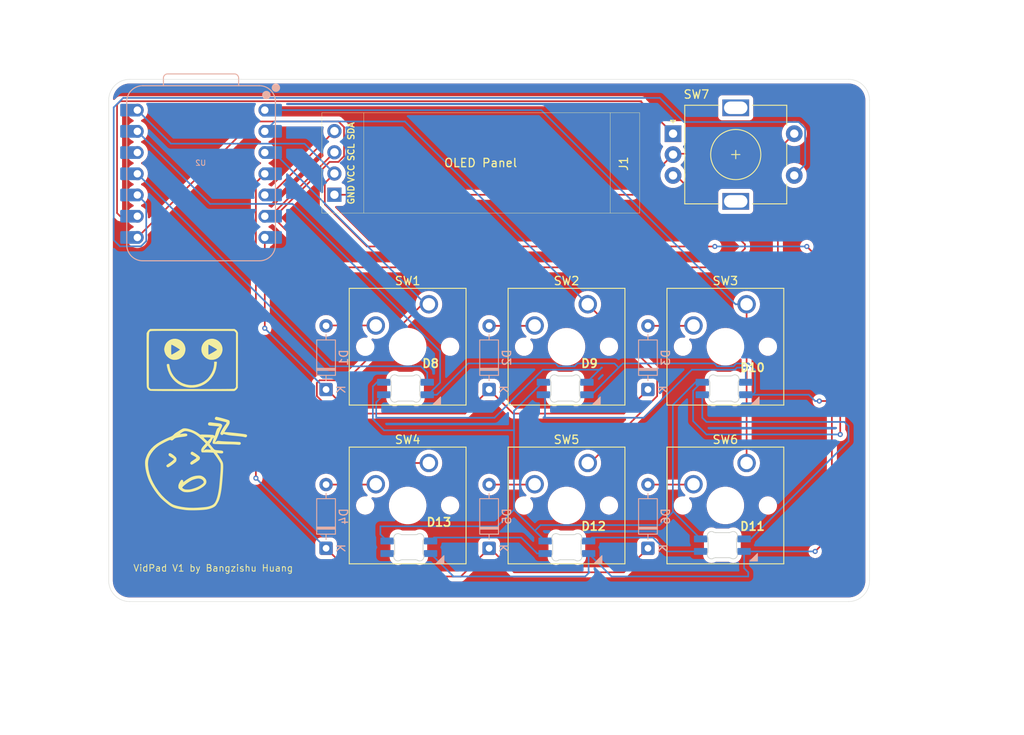
<source format=kicad_pcb>
(kicad_pcb (version 20241229) (generator "pcbnew") (generator_version "9.0")
  (layers (0 "F.Cu" signal) (2 "B.Cu" signal) (13 "F.Paste" user) (15 "B.Paste" user) (5 "F.SilkS" user "F.Silkscreen") (7 "B.SilkS" user "B.Silkscreen") (1 "F.Mask" user) (3 "B.Mask" user) (25 "Edge.Cuts" user))
  (net 0 "")
  (net 1 "Net-(D1-A)")
  (net 2 "GND")
  (net 3 "Net-(U2-P4_D9_MISO)")
  (net 4 "Net-(D2-A)")
  (net 5 "Net-(D3-A)")
  (net 6 "Net-(D4-A)")
  (net 7 "Row 1")
  (net 8 "Net-(D5-A)")
  (net 9 "Net-(D6-A)")
  (net 10 "Net-(D8-DOUT)")
  (net 11 "LED")
  (net 12 "Net-(D10-DIN)")
  (net 13 "Net-(D10-DOUT)")
  (net 14 "Net-(D11-DOUT)")
  (net 15 "Net-(D12-DOUT)")
  (net 16 "VCC")
  (net 17 "SCL")
  (net 18 "SDA")
  (net 19 "Column 0")
  (net 20 "Column 1")
  (net 21 "Column 2")
  (net 22 "EC11A")
  (net 23 "EC11B")
  (net 24 "+3.3V")
  (net 25 "Row 0")
  (footprint "Button_Switch_Keyboard:SW_Cherry_MX_1.00u_PCB" (layer "F.Cu") (at 149.799663 104.417039)
    (property "Reference" "SW3" (at -2.54 -2.794 0) (layer "F.SilkS"))
    (property "Value" "SW_Push_45deg")
    (pad "" np_thru_hole circle (at -7.62 5.08) (size 1.7 1.7) (drill 1.7) (layers "*.Cu" "*.Mask"))
    (pad "" np_thru_hole circle (at -2.54 5.08) (size 4 4) (drill 4) (layers "*.Cu" "*.Mask"))
    (pad "" np_thru_hole circle (at 2.54 5.08) (size 1.7 1.7) (drill 1.7) (layers "*.Cu" "*.Mask"))
    (pad "1" thru_hole circle (at 0 0) (size 2.2 2.2) (drill 1.5) (layers "*.Cu" "*.Mask") (net 21 "Column 2"))
    (pad "2" thru_hole circle (at -6.35 2.54) (size 2.2 2.2) (drill 1.5) (layers "*.Cu" "*.Mask") (net 5 "Net-(D3-A)"))
  )
  (footprint "Button_Switch_Keyboard:SW_Cherry_MX_1.00u_PCB" (layer "F.Cu") (at 111.799663 104.417039)
    (property "Reference" "SW1" (at -2.54 -2.794 0) (layer "F.SilkS"))
    (property "Value" "SW_Push_45deg")
    (pad "" np_thru_hole circle (at -7.62 5.08) (size 1.7 1.7) (drill 1.7) (layers "*.Cu" "*.Mask"))
    (pad "" np_thru_hole circle (at -2.54 5.08) (size 4 4) (drill 4) (layers "*.Cu" "*.Mask"))
    (pad "" np_thru_hole circle (at 2.54 5.08) (size 1.7 1.7) (drill 1.7) (layers "*.Cu" "*.Mask"))
    (pad "1" thru_hole circle (at 0 0) (size 2.2 2.2) (drill 1.5) (layers "*.Cu" "*.Mask") (net 19 "Column 0"))
    (pad "2" thru_hole circle (at -6.35 2.54) (size 2.2 2.2) (drill 1.5) (layers "*.Cu" "*.Mask") (net 1 "Net-(D1-A)"))
  )
  (footprint "footprints:SK6812MINI-E_fixed" (layer "F.Cu") (at 128.299999 133.602842)
    (property "Reference" "D12" (at 3.200001 -2.602842 0) (layer "F.SilkS") (effects (font (thickness 0.2) (bold yes))))
    (property "Value" "SK6812MINI-E")
    (fp_line (start -1.699998 0.6) (end -1.699998 -0.805684) (stroke (width 0.1)) (layer "Edge.Cuts"))
    (fp_line (start -0.794451 -1.602841) (end 0.794454 -1.602841) (stroke (width 0.1)) (layer "Edge.Cuts"))
    (fp_line (start 0.794453 1.397158) (end -0.794451 1.397158) (stroke (width 0.1)) (layer "Edge.Cuts"))
    (fp_line (start 1.7 -0.805684) (end 1.7 0.6) (stroke (width 0.1)) (layer "Edge.Cuts"))
    (fp_arc (start -1.749483 -1.022562) (mid -1.712526 -0.91691) (end -1.699998 -0.805684) (stroke (width 0.1)) (layer "Edge.Cuts"))
    (fp_arc (start -1.749483 -1.022562) (mid -1.63807 -1.606877) (end -1.04671 -1.671141) (stroke (width 0.1)) (layer "Edge.Cuts"))
    (fp_arc (start -1.699998 0.600001) (mid -1.712526 0.711226) (end -1.749483 0.816878) (stroke (width 0.1)) (layer "Edge.Cuts"))
    (fp_arc (start -1.04671 1.465455) (mid -1.638069 1.401192) (end -1.749483 0.816878) (stroke (width 0.1)) (layer "Edge.Cuts"))
    (fp_arc (start -1.046709 1.465457) (mid -0.925121 1.414535) (end -0.794451 1.397158) (stroke (width 0.1)) (layer "Edge.Cuts"))
    (fp_arc (start -0.794452 -1.602842) (mid -0.925122 -1.620219) (end -1.04671 -1.671141) (stroke (width 0.1)) (layer "Edge.Cuts"))
    (fp_arc (start 0.794453 1.397158) (mid 0.925124 1.414535) (end 1.046712 1.465457) (stroke (width 0.1)) (layer "Edge.Cuts"))
    (fp_arc (start 1.046712 -1.67114) (mid 0.925124 -1.620218) (end 0.794454 -1.602841) (stroke (width 0.1)) (layer "Edge.Cuts"))
    (fp_arc (start 1.046712 -1.67114) (mid 1.638072 -1.606876) (end 1.749485 -1.022562) (stroke (width 0.1)) (layer "Edge.Cuts"))
    (fp_arc (start 1.7 -0.805685) (mid 1.712528 -0.91691) (end 1.749485 -1.022562) (stroke (width 0.1)) (layer "Edge.Cuts"))
    (fp_arc (start 1.749485 0.816877) (mid 1.638073 1.401193) (end 1.046712 1.465457) (stroke (width 0.1)) (layer "Edge.Cuts"))
    (fp_arc (start 1.749485 0.816878) (mid 1.712528 0.711226) (end 1.7 0.6) (stroke (width 0.1)) (layer "Edge.Cuts"))
    (pad "1" smd roundrect (at -2.599999 -0.852842 270) (size 0.82 1.6) (layers "B.Cu" "B.Mask" "B.Paste") (roundrect_rratio 0.1) (net 16 "VCC"))
    (pad "2" smd roundrect (at -2.599999 0.647158 270) (size 0.82 1.6) (layers "B.Cu" "B.Mask" "B.Paste") (roundrect_rratio 0.1) (net 15 "Net-(D12-DOUT)"))
    (pad "3" smd roundrect (at 2.600001 0.647158 270) (size 0.82 1.6) (layers "B.Cu" "B.Mask" "B.Paste") (roundrect_rratio 0.1) (net 2 "GND"))
    (pad "4" smd roundrect (at 2.600001 -0.852842 270) (size 0.82 1.6) (layers "B.Cu" "B.Mask" "B.Paste") (roundrect_rratio 0.1) (net 14 "Net-(D11-DOUT)"))
  )
  (footprint "footprints:SK6812MINI-E_fixed" (layer "F.Cu") (at 147.099999 114.602842)
    (property "Reference" "D10" (at 3.400001 -2.602842 0) (layer "F.SilkS") (effects (font (thickness 0.2) (bold yes))))
    (property "Value" "SK6812MINI-E")
    (fp_line (start -1.699998 0.6) (end -1.699998 -0.805684) (stroke (width 0.1)) (layer "Edge.Cuts"))
    (fp_line (start -0.794451 -1.602841) (end 0.794454 -1.602841) (stroke (width 0.1)) (layer "Edge.Cuts"))
    (fp_line (start 0.794453 1.397158) (end -0.794451 1.397158) (stroke (width 0.1)) (layer "Edge.Cuts"))
    (fp_line (start 1.7 -0.805684) (end 1.7 0.6) (stroke (width 0.1)) (layer "Edge.Cuts"))
    (fp_arc (start -1.749483 -1.022562) (mid -1.712526 -0.91691) (end -1.699998 -0.805684) (stroke (width 0.1)) (layer "Edge.Cuts"))
    (fp_arc (start -1.749483 -1.022562) (mid -1.63807 -1.606877) (end -1.04671 -1.671141) (stroke (width 0.1)) (layer "Edge.Cuts"))
    (fp_arc (start -1.699998 0.600001) (mid -1.712526 0.711226) (end -1.749483 0.816878) (stroke (width 0.1)) (layer "Edge.Cuts"))
    (fp_arc (start -1.04671 1.465455) (mid -1.638069 1.401192) (end -1.749483 0.816878) (stroke (width 0.1)) (layer "Edge.Cuts"))
    (fp_arc (start -1.046709 1.465457) (mid -0.925121 1.414535) (end -0.794451 1.397158) (stroke (width 0.1)) (layer "Edge.Cuts"))
    (fp_arc (start -0.794452 -1.602842) (mid -0.925122 -1.620219) (end -1.04671 -1.671141) (stroke (width 0.1)) (layer "Edge.Cuts"))
    (fp_arc (start 0.794453 1.397158) (mid 0.925124 1.414535) (end 1.046712 1.465457) (stroke (width 0.1)) (layer "Edge.Cuts"))
    (fp_arc (start 1.046712 -1.67114) (mid 0.925124 -1.620218) (end 0.794454 -1.602841) (stroke (width 0.1)) (layer "Edge.Cuts"))
    (fp_arc (start 1.046712 -1.67114) (mid 1.638072 -1.606876) (end 1.749485 -1.022562) (stroke (width 0.1)) (layer "Edge.Cuts"))
    (fp_arc (start 1.7 -0.805685) (mid 1.712528 -0.91691) (end 1.749485 -1.022562) (stroke (width 0.1)) (layer "Edge.Cuts"))
    (fp_arc (start 1.749485 0.816877) (mid 1.638073 1.401193) (end 1.046712 1.465457) (stroke (width 0.1)) (layer "Edge.Cuts"))
    (fp_arc (start 1.749485 0.816878) (mid 1.712528 0.711226) (end 1.7 0.6) (stroke (width 0.1)) (layer "Edge.Cuts"))
    (pad "1" smd roundrect (at -2.599999 -0.852842 270) (size 0.82 1.6) (layers "B.Cu" "B.Mask" "B.Paste") (roundrect_rratio 0.1) (net 16 "VCC"))
    (pad "2" smd roundrect (at -2.599999 0.647158 270) (size 0.82 1.6) (layers "B.Cu" "B.Mask" "B.Paste") (roundrect_rratio 0.1) (net 13 "Net-(D10-DOUT)"))
    (pad "3" smd roundrect (at 2.600001 0.647158 270) (size 0.82 1.6) (layers "B.Cu" "B.Mask" "B.Paste") (roundrect_rratio 0.1) (net 2 "GND"))
    (pad "4" smd roundrect (at 2.600001 -0.852842 270) (size 0.82 1.6) (layers "B.Cu" "B.Mask" "B.Paste") (roundrect_rratio 0.1) (net 12 "Net-(D10-DIN)"))
  )
  (footprint "Button_Switch_Keyboard:SW_Cherry_MX_1.00u_PCB" (layer "F.Cu") (at 149.799663 123.417039)
    (property "Reference" "SW6" (at -2.54 -2.794 0) (layer "F.SilkS"))
    (property "Value" "SW_Push_45deg")
    (pad "" np_thru_hole circle (at -7.62 5.08) (size 1.7 1.7) (drill 1.7) (layers "*.Cu" "*.Mask"))
    (pad "" np_thru_hole circle (at -2.54 5.08) (size 4 4) (drill 4) (layers "*.Cu" "*.Mask"))
    (pad "" np_thru_hole circle (at 2.54 5.08) (size 1.7 1.7) (drill 1.7) (layers "*.Cu" "*.Mask"))
    (pad "1" thru_hole circle (at 0 0) (size 2.2 2.2) (drill 1.5) (layers "*.Cu" "*.Mask") (net 21 "Column 2"))
    (pad "2" thru_hole circle (at -6.35 2.54) (size 2.2 2.2) (drill 1.5) (layers "*.Cu" "*.Mask") (net 9 "Net-(D6-A)"))
  )
  (footprint "Rotary_Encoder:RotaryEncoder_Alps_EC11E-Switch_Vertical_H20mm" (layer "F.Cu") (at 141 84)
    (property "Reference" "SW7" (at 2.8 -4.7 0) (layer "F.SilkS"))
    (property "Value" "RotaryEncoder_Switch")
    (pad "A" thru_hole rect (at 0 0) (size 2 2) (drill 1) (layers "*.Cu" "*.Mask") (net 22 "EC11A"))
    (pad "B" thru_hole circle (at 0 5) (size 2 2) (drill 1) (layers "*.Cu" "*.Mask") (net 23 "EC11B"))
    (pad "C" thru_hole circle (at 0 2.5) (size 2 2) (drill 1) (layers "*.Cu" "*.Mask") (net 2 "GND"))
    (pad "MP" thru_hole rect (at 7.5 -3.1) (size 3.2 2) (drill oval 2.8 1.5) (layers "*.Cu" "*.Mask"))
    (pad "MP" thru_hole rect (at 7.5 8.1) (size 3.2 2) (drill oval 2.8 1.5) (layers "*.Cu" "*.Mask"))
    (pad "S1" thru_hole circle (at 14.5 5) (size 2 2) (drill 1) (layers "*.Cu" "*.Mask") (net 3 "Net-(U2-P4_D9_MISO)"))
    (pad "S2" thru_hole circle (at 14.5 0) (size 2 2) (drill 1) (layers "*.Cu" "*.Mask") (net 2 "GND"))
  )
  (footprint "footprints:SK6812MINI-E_fixed" (layer "F.Cu") (at 109.399999 133.602842)
    (property "Reference" "D13" (at 3.600001 -3.1 0) (layer "F.SilkS") (effects (font (thickness 0.2) (bold yes))))
    (property "Value" "SK6812MINI-E")
    (fp_line (start -1.699998 0.6) (end -1.699998 -0.805684) (stroke (width 0.1)) (layer "Edge.Cuts"))
    (fp_line (start -0.794451 -1.602841) (end 0.794454 -1.602841) (stroke (width 0.1)) (layer "Edge.Cuts"))
    (fp_line (start 0.794453 1.397158) (end -0.794451 1.397158) (stroke (width 0.1)) (layer "Edge.Cuts"))
    (fp_line (start 1.7 -0.805684) (end 1.7 0.6) (stroke (width 0.1)) (layer "Edge.Cuts"))
    (fp_arc (start -1.749483 -1.022562) (mid -1.712526 -0.91691) (end -1.699998 -0.805684) (stroke (width 0.1)) (layer "Edge.Cuts"))
    (fp_arc (start -1.749483 -1.022562) (mid -1.63807 -1.606877) (end -1.04671 -1.671141) (stroke (width 0.1)) (layer "Edge.Cuts"))
    (fp_arc (start -1.699998 0.600001) (mid -1.712526 0.711226) (end -1.749483 0.816878) (stroke (width 0.1)) (layer "Edge.Cuts"))
    (fp_arc (start -1.04671 1.465455) (mid -1.638069 1.401192) (end -1.749483 0.816878) (stroke (width 0.1)) (layer "Edge.Cuts"))
    (fp_arc (start -1.046709 1.465457) (mid -0.925121 1.414535) (end -0.794451 1.397158) (stroke (width 0.1)) (layer "Edge.Cuts"))
    (fp_arc (start -0.794452 -1.602842) (mid -0.925122 -1.620219) (end -1.04671 -1.671141) (stroke (width 0.1)) (layer "Edge.Cuts"))
    (fp_arc (start 0.794453 1.397158) (mid 0.925124 1.414535) (end 1.046712 1.465457) (stroke (width 0.1)) (layer "Edge.Cuts"))
    (fp_arc (start 1.046712 -1.67114) (mid 0.925124 -1.620218) (end 0.794454 -1.602841) (stroke (width 0.1)) (layer "Edge.Cuts"))
    (fp_arc (start 1.046712 -1.67114) (mid 1.638072 -1.606876) (end 1.749485 -1.022562) (stroke (width 0.1)) (layer "Edge.Cuts"))
    (fp_arc (start 1.7 -0.805685) (mid 1.712528 -0.91691) (end 1.749485 -1.022562) (stroke (width 0.1)) (layer "Edge.Cuts"))
    (fp_arc (start 1.749485 0.816877) (mid 1.638073 1.401193) (end 1.046712 1.465457) (stroke (width 0.1)) (layer "Edge.Cuts"))
    (fp_arc (start 1.749485 0.816878) (mid 1.712528 0.711226) (end 1.7 0.6) (stroke (width 0.1)) (layer "Edge.Cuts"))
    (pad "1" smd roundrect (at -2.599999 -0.852842 270) (size 0.82 1.6) (layers "B.Cu" "B.Mask" "B.Paste") (roundrect_rratio 0.1) (net 16 "VCC"))
    (pad "2" smd roundrect (at -2.599999 0.647158 270) (size 0.82 1.6) (layers "B.Cu" "B.Mask" "B.Paste") (roundrect_rratio 0.1))
    (pad "3" smd roundrect (at 2.600001 0.647158 270) (size 0.82 1.6) (layers "B.Cu" "B.Mask" "B.Paste") (roundrect_rratio 0.1) (net 2 "GND"))
    (pad "4" smd roundrect (at 2.600001 -0.852842 270) (size 0.82 1.6) (layers "B.Cu" "B.Mask" "B.Paste") (roundrect_rratio 0.1) (net 15 "Net-(D12-DOUT)"))
  )
  (footprint "LOGO" (layer "F.Cu") (at 83.379513 110)
    (property "Reference" "G***" (hide yes))
    (property "Value" "LOGO" (hide yes))
  )
  (footprint "footprints:SK6812MINI-E_fixed" (layer "F.Cu") (at 128.099999 114.602842)
    (property "Reference" "D9" (at 2.900001 -3.1 0) (layer "F.SilkS") (effects (font (thickness 0.2) (bold yes))))
    (property "Value" "SK6812MINI-E")
    (fp_line (start -1.699998 0.6) (end -1.699998 -0.805684) (stroke (width 0.1)) (layer "Edge.Cuts"))
    (fp_line (start -0.794451 -1.602841) (end 0.794454 -1.602841) (stroke (width 0.1)) (layer "Edge.Cuts"))
    (fp_line (start 0.794453 1.397158) (end -0.794451 1.397158) (stroke (width 0.1)) (layer "Edge.Cuts"))
    (fp_line (start 1.7 -0.805684) (end 1.7 0.6) (stroke (width 0.1)) (layer "Edge.Cuts"))
    (fp_arc (start -1.749483 -1.022562) (mid -1.712526 -0.91691) (end -1.699998 -0.805684) (stroke (width 0.1)) (layer "Edge.Cuts"))
    (fp_arc (start -1.749483 -1.022562) (mid -1.63807 -1.606877) (end -1.04671 -1.671141) (stroke (width 0.1)) (layer "Edge.Cuts"))
    (fp_arc (start -1.699998 0.600001) (mid -1.712526 0.711226) (end -1.749483 0.816878) (stroke (width 0.1)) (layer "Edge.Cuts"))
    (fp_arc (start -1.04671 1.465455) (mid -1.638069 1.401192) (end -1.749483 0.816878) (stroke (width 0.1)) (layer "Edge.Cuts"))
    (fp_arc (start -1.046709 1.465457) (mid -0.925121 1.414535) (end -0.794451 1.397158) (stroke (width 0.1)) (layer "Edge.Cuts"))
    (fp_arc (start -0.794452 -1.602842) (mid -0.925122 -1.620219) (end -1.04671 -1.671141) (stroke (width 0.1)) (layer "Edge.Cuts"))
    (fp_arc (start 0.794453 1.397158) (mid 0.925124 1.414535) (end 1.046712 1.465457) (stroke (width 0.1)) (layer "Edge.Cuts"))
    (fp_arc (start 1.046712 -1.67114) (mid 0.925124 -1.620218) (end 0.794454 -1.602841) (stroke (width 0.1)) (layer "Edge.Cuts"))
    (fp_arc (start 1.046712 -1.67114) (mid 1.638072 -1.606876) (end 1.749485 -1.022562) (stroke (width 0.1)) (layer "Edge.Cuts"))
    (fp_arc (start 1.7 -0.805685) (mid 1.712528 -0.91691) (end 1.749485 -1.022562) (stroke (width 0.1)) (layer "Edge.Cuts"))
    (fp_arc (start 1.749485 0.816877) (mid 1.638073 1.401193) (end 1.046712 1.465457) (stroke (width 0.1)) (layer "Edge.Cuts"))
    (fp_arc (start 1.749485 0.816878) (mid 1.712528 0.711226) (end 1.7 0.6) (stroke (width 0.1)) (layer "Edge.Cuts"))
    (pad "1" smd roundrect (at -2.599999 -0.852842 270) (size 0.82 1.6) (layers "B.Cu" "B.Mask" "B.Paste") (roundrect_rratio 0.1) (net 16 "VCC"))
    (pad "2" smd roundrect (at -2.599999 0.647158 270) (size 0.82 1.6) (layers "B.Cu" "B.Mask" "B.Paste") (roundrect_rratio 0.1) (net 12 "Net-(D10-DIN)"))
    (pad "3" smd roundrect (at 2.600001 0.647158 270) (size 0.82 1.6) (layers "B.Cu" "B.Mask" "B.Paste") (roundrect_rratio 0.1) (net 2 "GND"))
    (pad "4" smd roundrect (at 2.600001 -0.852842 270) (size 0.82 1.6) (layers "B.Cu" "B.Mask" "B.Paste") (roundrect_rratio 0.1) (net 10 "Net-(D8-DOUT)"))
  )
  (footprint "Button_Switch_Keyboard:SW_Cherry_MX_1.00u_PCB" (layer "F.Cu") (at 130.799663 123.417039)
    (property "Reference" "SW5" (at -2.54 -2.794 0) (layer "F.SilkS"))
    (property "Value" "SW_Push_45deg")
    (pad "" np_thru_hole circle (at -7.62 5.08) (size 1.7 1.7) (drill 1.7) (layers "*.Cu" "*.Mask"))
    (pad "" np_thru_hole circle (at -2.54 5.08) (size 4 4) (drill 4) (layers "*.Cu" "*.Mask"))
    (pad "" np_thru_hole circle (at 2.54 5.08) (size 1.7 1.7) (drill 1.7) (layers "*.Cu" "*.Mask"))
    (pad "1" thru_hole circle (at 0 0) (size 2.2 2.2) (drill 1.5) (layers "*.Cu" "*.Mask") (net 20 "Column 1"))
    (pad "2" thru_hole circle (at -6.35 2.54) (size 2.2 2.2) (drill 1.5) (layers "*.Cu" "*.Mask") (net 8 "Net-(D5-A)"))
  )
  (footprint "footprints:SK6812MINI-E_fixed" (layer "F.Cu") (at 146.899999 133.352842)
    (property "Reference" "D11" (at 3.600001 -2.352842 0) (layer "F.SilkS") (effects (font (thickness 0.2) (bold yes))))
    (property "Value" "SK6812MINI-E")
    (fp_line (start -1.699998 0.6) (end -1.699998 -0.805684) (stroke (width 0.1)) (layer "Edge.Cuts"))
    (fp_line (start -0.794451 -1.602841) (end 0.794454 -1.602841) (stroke (width 0.1)) (layer "Edge.Cuts"))
    (fp_line (start 0.794453 1.397158) (end -0.794451 1.397158) (stroke (width 0.1)) (layer "Edge.Cuts"))
    (fp_line (start 1.7 -0.805684) (end 1.7 0.6) (stroke (width 0.1)) (layer "Edge.Cuts"))
    (fp_arc (start -1.749483 -1.022562) (mid -1.712526 -0.91691) (end -1.699998 -0.805684) (stroke (width 0.1)) (layer "Edge.Cuts"))
    (fp_arc (start -1.749483 -1.022562) (mid -1.63807 -1.606877) (end -1.04671 -1.671141) (stroke (width 0.1)) (layer "Edge.Cuts"))
    (fp_arc (start -1.699998 0.600001) (mid -1.712526 0.711226) (end -1.749483 0.816878) (stroke (width 0.1)) (layer "Edge.Cuts"))
    (fp_arc (start -1.04671 1.465455) (mid -1.638069 1.401192) (end -1.749483 0.816878) (stroke (width 0.1)) (layer "Edge.Cuts"))
    (fp_arc (start -1.046709 1.465457) (mid -0.925121 1.414535) (end -0.794451 1.397158) (stroke (width 0.1)) (layer "Edge.Cuts"))
    (fp_arc (start -0.794452 -1.602842) (mid -0.925122 -1.620219) (end -1.04671 -1.671141) (stroke (width 0.1)) (layer "Edge.Cuts"))
    (fp_arc (start 0.794453 1.397158) (mid 0.925124 1.414535) (end 1.046712 1.465457) (stroke (width 0.1)) (layer "Edge.Cuts"))
    (fp_arc (start 1.046712 -1.67114) (mid 0.925124 -1.620218) (end 0.794454 -1.602841) (stroke (width 0.1)) (layer "Edge.Cuts"))
    (fp_arc (start 1.046712 -1.67114) (mid 1.638072 -1.606876) (end 1.749485 -1.022562) (stroke (width 0.1)) (layer "Edge.Cuts"))
    (fp_arc (start 1.7 -0.805685) (mid 1.712528 -0.91691) (end 1.749485 -1.022562) (stroke (width 0.1)) (layer "Edge.Cuts"))
    (fp_arc (start 1.749485 0.816877) (mid 1.638073 1.401193) (end 1.046712 1.465457) (stroke (width 0.1)) (layer "Edge.Cuts"))
    (fp_arc (start 1.749485 0.816878) (mid 1.712528 0.711226) (end 1.7 0.6) (stroke (width 0.1)) (layer "Edge.Cuts"))
    (pad "1" smd roundrect (at -2.599999 -0.852842 270) (size 0.82 1.6) (layers "B.Cu" "B.Mask" "B.Paste") (roundrect_rratio 0.1) (net 16 "VCC"))
    (pad "2" smd roundrect (at -2.599999 0.647158 270) (size 0.82 1.6) (layers "B.Cu" "B.Mask" "B.Paste") (roundrect_rratio 0.1) (net 14 "Net-(D11-DOUT)"))
    (pad "3" smd roundrect (at 2.600001 0.647158 270) (size 0.82 1.6) (layers "B.Cu" "B.Mask" "B.Paste") (roundrect_rratio 0.1) (net 2 "GND"))
    (pad "4" smd roundrect (at 2.600001 -0.852842 270) (size 0.82 1.6) (layers "B.Cu" "B.Mask" "B.Paste") (roundrect_rratio 0.1) (net 13 "Net-(D10-DOUT)"))
  )
  (footprint "Button_Switch_Keyboard:SW_Cherry_MX_1.00u_PCB" (layer "F.Cu") (at 111.799663 123.417039)
    (property "Reference" "SW4" (at -2.54 -2.794 0) (layer "F.SilkS"))
    (property "Value" "SW_Push_45deg")
    (pad "" np_thru_hole circle (at -7.62 5.08) (size 1.7 1.7) (drill 1.7) (layers "*.Cu" "*.Mask"))
    (pad "" np_thru_hole circle (at -2.54 5.08) (size 4 4) (drill 4) (layers "*.Cu" "*.Mask"))
    (pad "" np_thru_hole circle (at 2.54 5.08) (size 1.7 1.7) (drill 1.7) (layers "*.Cu" "*.Mask"))
    (pad "1" thru_hole circle (at 0 0) (size 2.2 2.2) (drill 1.5) (layers "*.Cu" "*.Mask") (net 19 "Column 0"))
    (pad "2" thru_hole circle (at -6.35 2.54) (size 2.2 2.2) (drill 1.5) (layers "*.Cu" "*.Mask") (net 6 "Net-(D4-A)"))
  )
  (footprint "footprints:SK6812MINI-E_fixed" (layer "F.Cu") (at 109 114.602842)
    (property "Reference" "D8" (at 3 -3.1 0) (layer "F.SilkS") (effects (font (thickness 0.2) (bold yes))))
    (property "Value" "SK6812MINI-E")
    (fp_line (start -1.699998 0.6) (end -1.699998 -0.805684) (stroke (width 0.1)) (layer "Edge.Cuts"))
    (fp_line (start -0.794451 -1.602841) (end 0.794454 -1.602841) (stroke (width 0.1)) (layer "Edge.Cuts"))
    (fp_line (start 0.794453 1.397158) (end -0.794451 1.397158) (stroke (width 0.1)) (layer "Edge.Cuts"))
    (fp_line (start 1.7 -0.805684) (end 1.7 0.6) (stroke (width 0.1)) (layer "Edge.Cuts"))
    (fp_arc (start -1.749483 -1.022562) (mid -1.712526 -0.91691) (end -1.699998 -0.805684) (stroke (width 0.1)) (layer "Edge.Cuts"))
    (fp_arc (start -1.749483 -1.022562) (mid -1.63807 -1.606877) (end -1.04671 -1.671141) (stroke (width 0.1)) (layer "Edge.Cuts"))
    (fp_arc (start -1.699998 0.600001) (mid -1.712526 0.711226) (end -1.749483 0.816878) (stroke (width 0.1)) (layer "Edge.Cuts"))
    (fp_arc (start -1.04671 1.465455) (mid -1.638069 1.401192) (end -1.749483 0.816878) (stroke (width 0.1)) (layer "Edge.Cuts"))
    (fp_arc (start -1.046709 1.465457) (mid -0.925121 1.414535) (end -0.794451 1.397158) (stroke (width 0.1)) (layer "Edge.Cuts"))
    (fp_arc (start -0.794452 -1.602842) (mid -0.925122 -1.620219) (end -1.04671 -1.671141) (stroke (width 0.1)) (layer "Edge.Cuts"))
    (fp_arc (start 0.794453 1.397158) (mid 0.925124 1.414535) (end 1.046712 1.465457) (stroke (width 0.1)) (layer "Edge.Cuts"))
    (fp_arc (start 1.046712 -1.67114) (mid 0.925124 -1.620218) (end 0.794454 -1.602841) (stroke (width 0.1)) (layer "Edge.Cuts"))
    (fp_arc (start 1.046712 -1.67114) (mid 1.638072 -1.606876) (end 1.749485 -1.022562) (stroke (width 0.1)) (layer "Edge.Cuts"))
    (fp_arc (start 1.7 -0.805685) (mid 1.712528 -0.91691) (end 1.749485 -1.022562) (stroke (width 0.1)) (layer "Edge.Cuts"))
    (fp_arc (start 1.749485 0.816877) (mid 1.638073 1.401193) (end 1.046712 1.465457) (stroke (width 0.1)) (layer "Edge.Cuts"))
    (fp_arc (start 1.749485 0.816878) (mid 1.712528 0.711226) (end 1.7 0.6) (stroke (width 0.1)) (layer "Edge.Cuts"))
    (pad "1" smd roundrect (at -2.599999 -0.852842 270) (size 0.82 1.6) (layers "B.Cu" "B.Mask" "B.Paste") (roundrect_rratio 0.1) (net 16 "VCC"))
    (pad "2" smd roundrect (at -2.599999 0.647158 270) (size 0.82 1.6) (layers "B.Cu" "B.Mask" "B.Paste") (roundrect_rratio 0.1) (net 10 "Net-(D8-DOUT)"))
    (pad "3" smd roundrect (at 2.600001 0.647158 270) (size 0.82 1.6) (layers "B.Cu" "B.Mask" "B.Paste") (roundrect_rratio 0.1) (net 2 "GND"))
    (pad "4" smd roundrect (at 2.600001 -0.852842 270) (size 0.82 1.6) (layers "B.Cu" "B.Mask" "B.Paste") (roundrect_rratio 0.1) (net 11 "LED"))
  )
  (footprint "LOGO" (layer "F.Cu") (at 83 123.5)
    (property "Reference" "VidPad V1 by Bangzishu Huang" (at 3 12.5 0) (layer "F.SilkS") (effects (font (size 0.8 0.8) (thickness 0.1))))
    (property "Value" "LOGO" (hide yes))
  )
  (footprint "OLED:SSD1306-0.91-OLED-4pin-128x32" (layer "F.Cu") (at 137 93.5 180)
    (property "Reference" "J1" (at 1.9 5.91 90) (layer "F.SilkS"))
    (property "Value" "OLED")
    (fp_text user "SCL" (at 34.5 7.27 90) (layer "F.SilkS") (effects (font (size 0.75 0.75))))
    (fp_text user "OLED Panel" (at 19 6 0) (layer "F.SilkS"))
    (fp_text user "SDA" (at 34.5 9.81 90) (layer "F.SilkS") (effects (font (size 0.75 0.75))))
    (fp_text user "GND" (at 34.5 2.19 90) (layer "F.SilkS") (effects (font (size 0.75 0.75))))
    (fp_text user "VCC" (at 34.5 4.73 90) (layer "F.SilkS") (effects (font (size 0.75 0.75))))
    (pad "1" thru_hole rect (at 36.5 2.19 180) (size 1.7 1.7) (drill 1) (layers "*.Cu" "*.Mask") (net 2 "GND"))
    (pad "2" thru_hole oval (at 36.5 4.73 180) (size 1.7 1.7) (drill 1) (layers "*.Cu" "*.Mask") (net 16 "VCC"))
    (pad "3" thru_hole oval (at 36.5 7.27 180) (size 1.7 1.7) (drill 1) (layers "*.Cu" "*.Mask") (net 17 "SCL"))
    (pad "4" thru_hole oval (at 36.5 9.81 180) (size 1.7 1.7) (drill 1) (layers "*.Cu" "*.Mask") (net 18 "SDA"))
  )
  (footprint "Button_Switch_Keyboard:SW_Cherry_MX_1.00u_PCB" (layer "F.Cu") (at 130.799663 104.417039)
    (property "Reference" "SW2" (at -2.54 -2.794 0) (layer "F.SilkS"))
    (property "Value" "SW_Push_45deg")
    (pad "" np_thru_hole circle (at -7.62 5.08) (size 1.7 1.7) (drill 1.7) (layers "*.Cu" "*.Mask"))
    (pad "" np_thru_hole circle (at -2.54 5.08) (size 4 4) (drill 4) (layers "*.Cu" "*.Mask"))
    (pad "" np_thru_hole circle (at 2.54 5.08) (size 1.7 1.7) (drill 1.7) (layers "*.Cu" "*.Mask"))
    (pad "1" thru_hole circle (at 0 0) (size 2.2 2.2) (drill 1.5) (layers "*.Cu" "*.Mask") (net 20 "Column 1"))
    (pad "2" thru_hole circle (at -6.35 2.54) (size 2.2 2.2) (drill 1.5) (layers "*.Cu" "*.Mask") (net 4 "Net-(D2-A)"))
  )
  (footprint "Diode_THT:D_DO-35_SOD27_P7.62mm_Horizontal" (layer "B.Cu") (at 138 114.62 90)
    (property "Reference" "D3" (at 3.81 2.12 90) (layer "B.SilkS") (effects (justify mirror)))
    (property "Value" "1N4148")
    (fp_text user "K" (at 0 1.8 90) (layer "B.SilkS") (effects (justify mirror)))
    (pad "1" thru_hole roundrect (at 0 0 90) (size 1.6 1.6) (drill 0.8) (layers "*.Cu" "*.Mask") (roundrect_rratio 0.15625) (net 25 "Row 0"))
    (pad "2" thru_hole circle (at 7.62 0 90) (size 1.6 1.6) (drill 0.8) (layers "*.Cu" "*.Mask") (net 5 "Net-(D3-A)"))
  )
  (footprint "Diode_THT:D_DO-35_SOD27_P7.62mm_Horizontal" (layer "B.Cu") (at 99.5 114.62 90)
    (property "Reference" "D1" (at 3.81 2.12 90) (layer "B.SilkS") (effects (justify mirror)))
    (property "Value" "1N4148")
    (fp_text user "K" (at 0 1.8 90) (layer "B.SilkS") (effects (justify mirror)))
    (pad "1" thru_hole roundrect (at 0 0 90) (size 1.6 1.6) (drill 0.8) (layers "*.Cu" "*.Mask") (roundrect_rratio 0.15625) (net 25 "Row 0"))
    (pad "2" thru_hole circle (at 7.62 0 90) (size 1.6 1.6) (drill 0.8) (layers "*.Cu" "*.Mask") (net 1 "Net-(D1-A)"))
  )
  (footprint "Diode_THT:D_DO-35_SOD27_P7.62mm_Horizontal" (layer "B.Cu") (at 99.5 133.62 90)
    (property "Reference" "D4" (at 3.81 2.12 90) (layer "B.SilkS") (effects (justify mirror)))
    (property "Value" "1N4148")
    (fp_text user "K" (at 0 1.8 90) (layer "B.SilkS") (effects (justify mirror)))
    (pad "1" thru_hole roundrect (at 0 0 90) (size 1.6 1.6) (drill 0.8) (layers "*.Cu" "*.Mask") (roundrect_rratio 0.15625) (net 7 "Row 1"))
    (pad "2" thru_hole circle (at 7.62 0 90) (size 1.6 1.6) (drill 0.8) (layers "*.Cu" "*.Mask") (net 6 "Net-(D4-A)"))
  )
  (footprint "xiaofootprints:XIAO-RP2040-DIP" (layer "B.Cu") (at 84.55 88.8 90)
    (property "Reference" "U2" (at 1.3 -0.05 0) (layer "B.SilkS") (effects (font (size 0.635 0.635) (thickness 0.1016)) (justify mirror)))
    (property "Value" "XIAO-RP2040-DIP")
    (pad "1" thru_hole circle (at 7.62 7.62) (size 1.524 1.524) (drill 0.889) (layers "*.Cu" "*.Mask") (net 21 "Column 2"))
    (pad "1" smd roundrect (at 7.62 8.455) (size 2.432 1.524) (layers "B.Cu" "B.Mask") (roundrect_rratio 0.1) (net 21 "Column 2"))
    (pad "2" thru_hole circle (at 5.08 7.62) (size 1.524 1.524) (drill 0.889) (layers "*.Cu" "*.Mask") (net 20 "Column 1"))
    (pad "2" smd roundrect (at 5.08 8.455) (size 2.432 1.524) (layers "B.Cu" "B.Mask") (roundrect_rratio 0.1) (net 20 "Column 1"))
    (pad "3" thru_hole circle (at 2.54 7.62) (size 1.524 1.524) (drill 0.889) (layers "*.Cu" "*.Mask") (net 19 "Column 0"))
    (pad "3" smd roundrect (at 2.54 8.455) (size 2.432 1.524) (layers "B.Cu" "B.Mask") (roundrect_rratio 0.1) (net 19 "Column 0"))
    (pad "4" thru_hole circle (at 0 7.62) (size 1.524 1.524) (drill 0.889) (layers "*.Cu" "*.Mask") (net 7 "Row 1"))
    (pad "4" smd roundrect (at 0 8.455) (size 2.432 1.524) (layers "B.Cu" "B.Mask") (roundrect_rratio 0.1) (net 7 "Row 1"))
    (pad "5" thru_hole circle (at -2.54 7.62) (size 1.524 1.524) (drill 0.889) (layers "*.Cu" "*.Mask") (net 18 "SDA"))
    (pad "5" smd roundrect (at -2.54 8.455) (size 2.432 1.524) (layers "B.Cu" "B.Mask") (roundrect_rratio 0.1) (net 18 "SDA"))
    (pad "6" thru_hole circle (at -5.08 7.62) (size 1.524 1.524) (drill 0.889) (layers "*.Cu" "*.Mask") (net 17 "SCL"))
    (pad "6" smd roundrect (at -5.08 8.455) (size 2.432 1.524) (layers "B.Cu" "B.Mask") (roundrect_rratio 0.1) (net 17 "SCL"))
    (pad "7" thru_hole circle (at -7.62 7.62) (size 1.524 1.524) (drill 0.889) (layers "*.Cu" "*.Mask") (net 25 "Row 0"))
    (pad "7" smd roundrect (at -7.62 8.455) (size 2.432 1.524) (layers "B.Cu" "B.Mask") (roundrect_rratio 0.1) (net 25 "Row 0"))
    (pad "8" smd roundrect (at -7.62 -8.455 180) (size 2.432 1.524) (layers "B.Cu" "B.Mask") (roundrect_rratio 0.1) (net 23 "EC11B"))
    (pad "8" thru_hole circle (at -7.62 -7.62 180) (size 1.524 1.524) (drill 0.889) (layers "*.Cu" "*.Mask") (net 23 "EC11B"))
    (pad "9" smd roundrect (at -5.08 -8.455 180) (size 2.432 1.524) (layers "B.Cu" "B.Mask") (roundrect_rratio 0.1) (net 22 "EC11A"))
    (pad "9" thru_hole circle (at -5.08 -7.62 180) (size 1.524 1.524) (drill 0.889) (layers "*.Cu" "*.Mask") (net 22 "EC11A"))
    (pad "10" smd roundrect (at -2.54 -8.455 180) (size 2.432 1.524) (layers "B.Cu" "B.Mask") (roundrect_rratio 0.1) (net 3 "Net-(U2-P4_D9_MISO)"))
    (pad "10" thru_hole circle (at -2.54 -7.62 180) (size 1.524 1.524) (drill 0.889) (layers "*.Cu" "*.Mask") (net 3 "Net-(U2-P4_D9_MISO)"))
    (pad "11" smd roundrect (at 0 -8.455 180) (size 2.432 1.524) (layers "B.Cu" "B.Mask") (roundrect_rratio 0.1) (net 11 "LED"))
    (pad "11" thru_hole circle (at 0 -7.62 180) (size 1.524 1.524) (drill 0.889) (layers "*.Cu" "*.Mask") (net 11 "LED"))
    (pad "12" smd roundrect (at 2.54 -8.455 180) (size 2.432 1.524) (layers "B.Cu" "B.Mask") (roundrect_rratio 0.1) (net 24 "+3.3V"))
    (pad "12" thru_hole circle (at 2.54 -7.62 180) (size 1.524 1.524) (drill 0.889) (layers "*.Cu" "*.Mask") (net 24 "+3.3V"))
    (pad "13" smd roundrect (at 5.08 -8.455 180) (size 2.432 1.524) (layers "B.Cu" "B.Mask") (roundrect_rratio 0.1) (net 2 "GND"))
    (pad "13" thru_hole circle (at 5.08 -7.62 180) (size 1.524 1.524) (drill 0.889) (layers "*.Cu" "*.Mask") (net 2 "GND"))
    (pad "14" smd roundrect (at 7.62 -8.455 180) (size 2.432 1.524) (layers "B.Cu" "B.Mask") (roundrect_rratio 0.1) (net 16 "VCC"))
    (pad "14" thru_hole circle (at 7.62 -7.62 180) (size 1.524 1.524) (drill 0.889) (layers "*.Cu" "*.Mask") (net 16 "VCC"))
  )
  (footprint "Diode_THT:D_DO-35_SOD27_P7.62mm_Horizontal" (layer "B.Cu") (at 138 133.62 90)
    (property "Reference" "D6" (at 3.81 2.12 90) (layer "B.SilkS") (effects (justify mirror)))
    (property "Value" "1N4148")
    (fp_text user "K" (at 0 1.8 90) (layer "B.SilkS") (effects (justify mirror)))
    (pad "1" thru_hole roundrect (at 0 0 90) (size 1.6 1.6) (drill 0.8) (layers "*.Cu" "*.Mask") (roundrect_rratio 0.15625) (net 7 "Row 1"))
    (pad "2" thru_hole circle (at 7.62 0 90) (size 1.6 1.6) (drill 0.8) (layers "*.Cu" "*.Mask") (net 9 "Net-(D6-A)"))
  )
  (footprint "Diode_THT:D_DO-35_SOD27_P7.62mm_Horizontal" (layer "B.Cu") (at 119 133.62 90)
    (property "Reference" "D5" (at 3.81 2.12 90) (layer "B.SilkS") (effects (justify mirror)))
    (property "Value" "1N4148")
    (fp_text user "K" (at 0 1.8 90) (layer "B.SilkS") (effects (justify mirror)))
    (pad "1" thru_hole roundrect (at 0 0 90) (size 1.6 1.6) (drill 0.8) (layers "*.Cu" "*.Mask") (roundrect_rratio 0.15625) (net 7 "Row 1"))
    (pad "2" thru_hole circle (at 7.62 0 90) (size 1.6 1.6) (drill 0.8) (layers "*.Cu" "*.Mask") (net 8 "Net-(D5-A)"))
  )
  (footprint "Diode_THT:D_DO-35_SOD27_P7.62mm_Horizontal" (layer "B.Cu") (at 119 114.62 90)
    (property "Reference" "D2" (at 3.81 2.12 90) (layer "B.SilkS") (effects (justify mirror)))
    (property "Value" "1N4148")
    (fp_text user "K" (at 0 1.8 90) (layer "B.SilkS") (effects (justify mirror)))
    (pad "1" thru_hole roundrect (at 0 0 90) (size 1.6 1.6) (drill 0.8) (layers "*.Cu" "*.Mask") (roundrect_rratio 0.15625) (net 25 "Row 0"))
    (pad "2" thru_hole circle (at 7.62 0 90) (size 1.6 1.6) (drill 0.8) (layers "*.Cu" "*.Mask") (net 4 "Net-(D2-A)"))
  )
  (gr_line (start 73.5 137.5) (end 73.5 80) (stroke (width 0.05)) (layer "Edge.Cuts"))
  (gr_arc (start 76 140) (mid 74.232233 139.267767) (end 73.5 137.5) (stroke (width 0.05)) (layer "Edge.Cuts"))
  (gr_line (start 164.5 80) (end 164.5 137.5) (stroke (width 0.05)) (layer "Edge.Cuts"))
  (gr_arc (start 73.5 80) (mid 74.232233 78.232233) (end 76 77.5) (stroke (width 0.05)) (layer "Edge.Cuts"))
  (gr_line (start 162 140) (end 76 140) (stroke (width 0.05)) (layer "Edge.Cuts"))
  (gr_arc (start 162 77.5) (mid 163.767767 78.232233) (end 164.5 80) (stroke (width 0.05)) (layer "Edge.Cuts"))
  (gr_line (start 76 77.5) (end 162 77.5) (stroke (width 0.05)) (layer "Edge.Cuts"))
  (gr_arc (start 164.5 137.5) (mid 163.767767 139.267767) (end 162 140) (stroke (width 0.05)) (layer "Edge.Cuts"))
  (segment (start 100 107) (end 100.042961 106.957039) (width 0.2) (layer "F.Cu") (net 1))
  (segment (start 99.5 107) (end 100 107) (width 0.2) (layer "F.Cu") (net 1))
  (segment (start 100.042961 106.957039) (end 105.449663 106.957039) (width 0.2) (layer "F.Cu") (net 1))
  (segment (start 153 86.4) (end 153.1 86.4) (width 0.2) (layer "F.Cu") (net 2))
  (segment (start 153.540663 86.940663) (end 153.540663 109.540663) (width 0.2) (layer "F.Cu") (net 2))
  (segment (start 160 116) (end 158.5 116) (width 0.2) (layer "F.Cu") (net 2))
  (segment (start 153 86.4) (end 153.540663 86.940663) (width 0.2) (layer "F.Cu") (net 2))
  (segment (start 160 132) (end 158 134) (width 0.2) (layer "F.Cu") (net 2))
  (segment (start 100.5 91.31) (end 136.19 91.31) (width 0.2) (layer "F.Cu") (net 2))
  (segment (start 153.1 86.4) (end 155.5 84) (width 0.2) (layer "F.Cu") (net 2))
  (segment (start 153 86.4) (end 141 86.4) (width 0.2) (layer "F.Cu") (net 2))
  (segment (start 160 116) (end 160 132) (width 0.2) (layer "F.Cu") (net 2))
  (segment (start 136.19 91.31) (end 141 86.5) (width 0.2) (layer "F.Cu") (net 2))
  (segment (start 153.540663 109.540663) (end 160 116) (width 0.2) (layer "F.Cu") (net 2))
  (via (at 158 134) (size 0.6) (drill 0.3) (layers "F.Cu" "B.Cu") (net 2))
  (via (at 158.5 116) (size 0.6) (drill 0.3) (layers "F.Cu" "B.Cu") (net 2))
  (segment (start 150.019957 111.5) (end 148.581518 111.5) (width 0.2) (layer "B.Cu") (net 2))
  (segment (start 114.65 136.9) (end 112 134.25) (width 0.2) (layer "B.Cu") (net 2))
  (segment (start 111.600001 115.25) (end 111.689915 115.25) (width 0.2) (layer "B.Cu") (net 2))
  (segment (start 133.65 137) (end 150 137) (width 0.2) (layer "B.Cu") (net 2))
  (segment (start 134.5 112) (end 131.25 115.25) (width 0.2) (layer "B.Cu") (net 2))
  (segment (start 131.25 115.25) (end 130.7 115.25) (width 0.2) (layer "B.Cu") (net 2))
  (segment (start 130.5 137) (end 131 136.5) (width 0.2) (layer "B.Cu") (net 2))
  (segment (start 150 137) (end 150 136.5) (width 0.2) (layer "B.Cu") (net 2))
  (segment (start 114.65 137) (end 130.5 137) (width 0.2) (layer "B.Cu") (net 2))
  (segment (start 148.581518 111.5) (end 148.233479 111.848039) (width 0.2) (layer "B.Cu") (net 2))
  (segment (start 146.285847 111.848039) (end 145.937808 111.5) (width 0.2) (layer "B.Cu") (net 2))
  (segment (start 112.75 115.25) (end 111.600001 115.25) (width 0.2) (layer "B.Cu") (net 2))
  (segment (start 113.138663 113.801252) (end 113.138663 110.051223) (width 0.2) (layer "B.Cu") (net 2))
  (segment (start 130.9 136.4) (end 130.9 134.25) (width 0.2) (layer "B.Cu") (net 2))
  (segment (start 134.5 112) (end 134 111.5) (width 0.2) (layer "B.Cu") (net 2))
  (segment (start 116.5 111.5) (end 112.75 115.25) (width 0.2) (layer "B.Cu") (net 2))
  (segment (start 145.937808 111.5) (end 135 111.5) (width 0.2) (layer "B.Cu") (net 2))
  (segment (start 150.5 115.25) (end 150.801 114.949) (width 0.2) (layer "B.Cu") (net 2))
  (segment (start 114.65 137) (end 114.65 136.9) (width 0.2) (layer "B.Cu") (net 2))
  (segment (start 158 134) (end 149.5 134) (width 0.2) (layer "B.Cu") (net 2))
  (segment (start 157.25 115.25) (end 149.7 115.25) (width 0.2) (layer "B.Cu") (net 2))
  (segment (start 150.801 112.281043) (end 150.019957 111.5) (width 0.2) (layer "B.Cu") (net 2))
  (segment (start 158 116) (end 157.25 115.25) (width 0.2) (layer "B.Cu") (net 2))
  (segment (start 127.285847 111.848039) (end 126.937808 111.5) (width 0.2) (layer "B.Cu") (net 2))
  (segment (start 148.233479 111.848039) (end 146.285847 111.848039) (width 0.2) (layer "B.Cu") (net 2))
  (segment (start 113.138663 110.051223) (end 95.49044 92.403) (width 0.2) (layer "B.Cu") (net 2))
  (segment (start 134 111.5) (end 129.581518 111.5) (width 0.2) (layer "B.Cu") (net 2))
  (segment (start 131 136.5) (end 130.9 136.4) (width 0.2) (layer "B.Cu") (net 2))
  (segment (start 129.581518 111.5) (end 129.233479 111.848039) (width 0.2) (layer "B.Cu") (net 2))
  (segment (start 129.233479 111.848039) (end 127.285847 111.848039) (width 0.2) (layer "B.Cu") (net 2))
  (segment (start 126.937808 111.5) (end 116.5 111.5) (width 0.2) (layer "B.Cu") (net 2))
  (segment (start 158.5 116) (end 158 116) (width 0.2) (layer "B.Cu") (net 2))
  (segment (start 150 136.5) (end 149.5 136) (width 0.2) (layer "B.Cu") (net 2))
  (segment (start 95.49044 92.403) (end 85.613 92.403) (width 0.2) (layer "B.Cu") (net 2))
  (segment (start 149.7 115.25) (end 150.5 115.25) (width 0.2) (layer "B.Cu") (net 2))
  (segment (start 150.801 114.949) (end 150.801 112.281043) (width 0.2) (layer "B.Cu") (net 2))
  (segment (start 149.5 136) (end 149.5 134) (width 0.2) (layer "B.Cu") (net 2))
  (segment (start 111.689915 115.25) (end 113.138663 113.801252) (width 0.2) (layer "B.Cu") (net 2))
  (segment (start 130.9 134.25) (end 133.65 137) (width 0.2) (layer "B.Cu") (net 2))
  (segment (start 135 111.5) (end 134.5 112) (width 0.2) (layer "B.Cu") (net 2))
  (segment (start 85.613 92.403) (end 76.93 83.72) (width 0.2) (layer "B.Cu") (net 2))
  (segment (start 74.839374 97.483) (end 74.101 96.744626) (width 0.2) (layer "B.Cu") (net 3))
  (segment (start 142.301 82.599) (end 156.038892 82.599) (width 0.2) (layer "B.Cu") (net 3))
  (segment (start 156.038892 82.599) (end 156.801 83.361108) (width 0.2) (layer "B.Cu") (net 3))
  (segment (start 77.37031 97.483) (end 74.839374 97.483) (width 0.2) (layer "B.Cu") (net 3))
  (segment (start 77.993 96.86031) (end 77.37031 97.483) (width 0.2) (layer "B.Cu") (net 3))
  (segment (start 75.240374 79.716) (end 139.418 79.716) (width 0.2) (layer "B.Cu") (net 3))
  (segment (start 76.93 91.34) (end 77.993 92.403) (width 0.2) (layer "B.Cu") (net 3))
  (segment (start 74.101 96.744626) (end 74.101 80.855374) (width 0.2) (layer "B.Cu") (net 3))
  (segment (start 139.418 79.716) (end 142.301 82.599) (width 0.2) (layer "B.Cu") (net 3))
  (segment (start 156.801 87.699) (end 155.5 89) (width 0.2) (layer "B.Cu") (net 3))
  (segment (start 74.101 80.855374) (end 75.240374 79.716) (width 0.2) (layer "B.Cu") (net 3))
  (segment (start 77.993 92.403) (end 77.993 96.86031) (width 0.2) (layer "B.Cu") (net 3))
  (segment (start 156.801 83.361108) (end 156.801 87.699) (width 0.2) (layer "B.Cu") (net 3))
  (segment (start 124.406702 107) (end 124.449663 106.957039) (width 0.2) (layer "F.Cu") (net 4))
  (segment (start 119 107) (end 124.406702 107) (width 0.2) (layer "F.Cu") (net 4))
  (segment (start 143.406702 107) (end 143.449663 106.957039) (width 0.2) (layer "F.Cu") (net 5))
  (segment (start 138 107) (end 143.406702 107) (width 0.2) (layer "F.Cu") (net 5))
  (segment (start 105.406702 126) (end 105.449663 125.957039) (width 0.2) (layer "F.Cu") (net 6))
  (segment (start 99.5 126) (end 105.406702 126) (width 0.2) (layer "F.Cu") (net 6))
  (segment (start 91.107 125.227) (end 91.107 89.863) (width 0.2) (layer "F.Cu") (net 7))
  (segment (start 122 136.5) (end 135.12 136.5) (width 0.2) (layer "F.Cu") (net 7))
  (segment (start 135.12 136.5) (end 138 133.62) (width 0.2) (layer "F.Cu") (net 7))
  (segment (start 119.12 133.62) (end 122 136.5) (width 0.2) (layer "F.Cu") (net 7))
  (segment (start 102.88 137) (end 115.62 137) (width 0.2) (layer "F.Cu") (net 7))
  (segment (start 119 133.62) (end 119.12 133.62) (width 0.2) (layer "F.Cu") (net 7))
  (segment (start 99.5 133.62) (end 102.88 137) (width 0.2) (layer "F.Cu") (net 7))
  (segment (start 91.107 89.863) (end 92.17 88.8) (width 0.2) (layer "F.Cu") (net 7))
  (segment (start 115.62 137) (end 119 133.62) (width 0.2) (layer "F.Cu") (net 7))
  (via (at 91.107 125.227) (size 0.6) (drill 0.3) (layers "F.Cu" "B.Cu") (net 7))
  (segment (start 91.107 125.227) (end 99.5 133.62) (width 0.2) (layer "B.Cu") (net 7))
  (segment (start 119 126) (end 124.406702 126) (width 0.2) (layer "F.Cu") (net 8))
  (segment (start 124.406702 126) (end 124.449663 125.957039) (width 0.2) (layer "F.Cu") (net 8))
  (segment (start 138 126) (end 143.406702 126) (width 0.2) (layer "F.Cu") (net 9))
  (segment (start 143.406702 126) (end 143.449663 125.957039) (width 0.2) (layer "F.Cu") (net 9))
  (segment (start 132.45 112) (end 130.7 113.75) (width 0.2) (layer "B.Cu") (net 10))
  (segment (start 105.5 118) (end 119.660086 118) (width 0.2) (layer "B.Cu") (net 10))
  (segment (start 132.250961 112.249039) (end 132.5 112) (width 0.2) (layer "B.Cu") (net 10))
  (segment (start 106.400001 115.25) (end 105.5 116.150001) (width 0.2) (layer "B.Cu") (net 10))
  (segment (start 119.660086 118) (end 125.411047 112.249039) (width 0.2) (layer "B.Cu") (net 10))
  (segment (start 132.5 112) (end 132.45 112) (width 0.2) (layer "B.Cu") (net 10))
  (segment (start 125.411047 112.249039) (end 132.250961 112.249039) (width 0.2) (layer "B.Cu") (net 10))
  (segment (start 105.5 116.150001) (end 105.5 118) (width 0.2) (layer "B.Cu") (net 10))
  (segment (start 110.848039 111.848039) (end 99.978039 111.848039) (width 0.2) (layer "B.Cu") (net 11))
  (segment (start 111.600001 113.75) (end 111.600001 112.600001) (width 0.2) (layer "B.Cu") (net 11))
  (segment (start 99.978039 111.848039) (end 76.93 88.8) (width 0.2) (layer "B.Cu") (net 11))
  (segment (start 111.600001 112.600001) (end 110.848039 111.848039) (width 0.2) (layer "B.Cu") (net 11))
  (segment (start 125.688344 117.811656) (end 125.5 118) (width 0.2) (layer "B.Cu") (net 12))
  (segment (start 137.5 118) (end 143.250961 112.249039) (width 0.2) (layer "B.Cu") (net 12))
  (segment (start 149.7 112.300001) (end 149.7 113.75) (width 0.2) (layer "B.Cu") (net 12))
  (segment (start 125.5 115.25) (end 125.688344 115.438344) (width 0.2) (layer "B.Cu") (net 12))
  (segment (start 143.250961 112.249039) (end 148.399579 112.249039) (width 0.2) (layer "B.Cu") (net 12))
  (segment (start 148.648618 112) (end 149.952857 112) (width 0.2) (layer "B.Cu") (net 12))
  (segment (start 148.399579 112.249039) (end 148.648618 112) (width 0.2) (layer "B.Cu") (net 12))
  (segment (start 149.952857 112) (end 149.976429 112.023572) (width 0.2) (layer "B.Cu") (net 12))
  (segment (start 125.5 118) (end 137.5 118) (width 0.2) (layer "B.Cu") (net 12))
  (segment (start 149.976429 112.023572) (end 149.7 112.300001) (width 0.2) (layer "B.Cu") (net 12))
  (segment (start 125.688344 115.438344) (end 125.688344 117.811656) (width 0.2) (layer "B.Cu") (net 12))
  (segment (start 145 118.5) (end 161.5 118.5) (width 0.2) (layer "B.Cu") (net 13))
  (segment (start 162 119) (end 162 120.8) (width 0.2) (layer "B.Cu") (net 13))
  (segment (start 162 120.8) (end 150.3 132.5) (width 0.2) (layer "B.Cu") (net 13))
  (segment (start 161.5 118.5) (end 162 119) (width 0.2) (layer "B.Cu") (net 13))
  (segment (start 144.5 115.25) (end 144.5 118) (width 0.2) (layer "B.Cu") (net 13))
  (segment (start 144.5 118) (end 145 118.5) (width 0.2) (layer "B.Cu") (net 13))
  (segment (start 150.3 132.5) (end 149.5 132.5) (width 0.2) (layer "B.Cu") (net 13))
  (segment (start 138.60616 132.34) (end 131.31 132.34) (width 0.2) (layer "B.Cu") (net 14))
  (segment (start 131.31 132.34) (end 130.9 132.75) (width 0.2) (layer "B.Cu") (net 14))
  (segment (start 144.3 134) (end 140.26616 134) (width 0.2) (layer "B.Cu") (net 14))
  (segment (start 140.26616 134) (end 138.60616 132.34) (width 0.2) (layer "B.Cu") (net 14))
  (segment (start 122.848 132.34) (end 112.41 132.34) (width 0.2) (layer "B.Cu") (net 15))
  (segment (start 124.758 134.25) (end 122.848 132.34) (width 0.2) (layer "B.Cu") (net 15))
  (segment (start 125.7 134.25) (end 124.758 134.25) (width 0.2) (layer "B.Cu") (net 15))
  (segment (start 112.41 132.34) (end 112 132.75) (width 0.2) (layer "B.Cu") (net 15))
  (segment (start 99.349 92.461) (end 99.349 89.921) (width 0.2) (layer "F.Cu") (net 16))
  (segment (start 161 101.5) (end 157 97.5) (width 0.2) (layer "F.Cu") (net 16))
  (segment (start 161 120) (end 161 101.5) (width 0.2) (layer "F.Cu") (net 16))
  (segment (start 146 97.5) (end 104.388 97.5) (width 0.2) (layer "F.Cu") (net 16))
  (segment (start 99.349 89.921) (end 100.5 88.77) (width 0.2) (layer "F.Cu") (net 16))
  (segment (start 104.388 97.5) (end 99.349 92.461) (width 0.2) (layer "F.Cu") (net 16))
  (via (at 161 120) (size 0.6) (drill 0.3) (layers "F.Cu" "B.Cu") (net 16))
  (via (at 157 97.5) (size 0.6) (drill 0.3) (layers "F.Cu" "B.Cu") (net 16))
  (via (at 146 97.5) (size 0.6) (drill 0.3) (layers "F.Cu" "B.Cu") (net 16))
  (segment (start 144.5 113.75) (end 144.410086 113.75) (width 0.2) (layer "B.Cu") (net 16))
  (segment (start 124.475 131.525) (end 125.7 132.75) (width 0.2) (layer "B.Cu") (net 16))
  (segment (start 144.410086 113.75) (end 143.399 114.761086) (width 0.2) (layer "B.Cu") (net 16))
  (segment (start 125.5 113.75) (end 125.410086 113.75) (width 0.2) (layer "B.Cu") (net 16))
  (segment (start 125.410086 113.75) (end 121.978663 117.181423) (width 0.2) (layer "B.Cu") (net 16))
  (segment (start 144.5 113.75) (end 143.7 113.75) (width 0.2) (layer "B.Cu") (net 16))
  (segment (start 106 131.95) (end 106 131) (width 0.2) (layer "B.Cu") (net 16))
  (segment (start 106 131) (end 119.978663 131) (width 0.2) (layer "B.Cu") (net 16))
  (segment (start 140.978663 116.471337) (end 140.978663 129.228663) (width 0.2) (layer "B.Cu") (net 16))
  (segment (start 105.099 114.251001) (end 105.099 118.1661) (width 0.2) (layer "B.Cu") (net 16))
  (segment (start 105.099 118.1661) (end 106.4329 119.5) (width 0.2) (layer "B.Cu") (net 16))
  (segment (start 140.978663 129.228663) (end 141.028663 129.228663) (width 0.2) (layer "B.Cu") (net 16))
  (segment (start 121.978663 119.5) (end 121.978663 129) (width 0.2) (layer "B.Cu") (net 16))
  (segment (start 143.399 118.399) (end 145 120) (width 0.2) (layer "B.Cu") (net 16))
  (segment (start 106.400001 113.75) (end 105.600001 113.75) (width 0.2) (layer "B.Cu") (net 16))
  (segment (start 80.947 85.197) (end 76.93 81.18) (width 0.2) (layer "B.Cu") (net 16))
  (segment (start 96.927 85.197) (end 80.947 85.197) (width 0.2) (layer "B.Cu") (net 16))
  (segment (start 121.978663 117.181423) (end 121.978663 119.5) (width 0.2) (layer "B.Cu") (net 16))
  (segment (start 121.978663 129) (end 121.978663 129.028663) (width 0.2) (layer "B.Cu") (net 16))
  (segment (start 145 120) (end 161 120) (width 0.2) (layer "B.Cu") (net 16))
  (segment (start 141.028663 129.228663) (end 144.3 132.5) (width 0.2) (layer "B.Cu") (net 16))
  (segment (start 105.600001 113.75) (end 105.099 114.251001) (width 0.2) (layer "B.Cu") (net 16))
  (segment (start 139.409287 130.848039) (end 125.151961 130.848039) (width 0.2) (layer "B.Cu") (net 16))
  (segment (start 100.5 88.77) (end 96.927 85.197) (width 0.2) (layer "B.Cu") (net 16))
  (segment (start 157 97.5) (end 146 97.5) (width 0.2) (layer "B.Cu") (net 16))
  (segment (start 125.151961 130.848039) (end 124.475 131.525) (width 0.2) (layer "B.Cu") (net 16))
  (segment (start 143.7 113.75) (end 140.978663 116.471337) (width 0.2) (layer "B.Cu") (net 16))
  (segment (start 143.399 114.761086) (end 143.399 118.399) (width 0.2) (layer "B.Cu") (net 16))
  (segment (start 106.4329 119.5) (end 121.978663 119.5) (width 0.2) (layer "B.Cu") (net 16))
  (segment (start 106.8 132.75) (end 106 131.95) (width 0.2) (layer "B.Cu") (net 16))
  (segment (start 121.978663 129.028663) (end 124.475 131.525) (width 0.2) (layer "B.Cu") (net 16))
  (segment (start 141.028663 129.228663) (end 139.409287 130.848039) (width 0.2) (layer "B.Cu") (net 16))
  (segment (start 119.978663 131) (end 121.978663 129) (width 0.2) (layer "B.Cu") (net 16))
  (segment (start 100.5 86.23) (end 92.85 93.88) (width 0.2) (layer "F.Cu") (net 17))
  (segment (start 92.85 93.88) (end 92.17 93.88) (width 0.2) (layer "F.Cu") (net 17))
  (segment (start 92.85 91.34) (end 92.17 91.34) (width 0.2) (layer "F.Cu") (net 18))
  (segment (start 100.5 83.69) (end 92.85 91.34) (width 0.2) (layer "F.Cu") (net 18))
  (segment (start 98.399 115.40516) (end 106.410879 123.417039) (width 0.2) (layer "F.Cu") (net 19))
  (segment (start 111.799663 104.417039) (end 111.014847 104.417039) (width 0.2) (layer "F.Cu") (net 19))
  (segment (start 111.014847 104.417039) (end 101.912886 113.519) (width 0.2) (layer "F.Cu") (net 19))
  (segment (start 98.71484 113.519) (end 98.399 113.83484) (width 0.2) (layer "F.Cu") (net 19))
  (segment (start 98.399 113.83484) (end 98.399 115.40516) (width 0.2) (layer "F.Cu") (net 19))
  (segment (start 106.410879 123.417039) (end 111.799663 123.417039) (width 0.2) (layer "F.Cu") (net 19))
  (segment (start 101.912886 113.519) (end 98.71484 113.519) (width 0.2) (layer "F.Cu") (net 19))
  (segment (start 93.26 86.26) (end 92.17 86.26) (width 0.2) (layer "B.Cu") (net 19))
  (segment (start 111.799663 104.417039) (end 111.417039 104.417039) (width 0.2) (layer "B.Cu") (net 19))
  (segment (start 111.417039 104.417039) (end 93.26 86.26) (width 0.2) (layer "B.Cu") (net 19))
  (segment (start 92.17 86.26) (end 93.642624 86.26) (width 0.2) (layer "B.Cu") (net 19))
  (segment (start 130.799663 104.417039) (end 139.101 112.718376) (width 0.2) (layer "F.Cu") (net 20))
  (segment (start 139.101 112.718376) (end 139.101 115.40516) (width 0.2) (layer "F.Cu") (net 20))
  (segment (start 131.089121 123.417039) (end 130.799663 123.417039) (width 0.2) (layer "F.Cu") (net 20))
  (segment (start 139.101 115.40516) (end 131.089121 123.417039) (width 0.2) (layer "F.Cu") (net 20))
  (segment (start 93.351 82.539) (end 92.17 83.72) (width 0.2) (layer "B.Cu") (net 20))
  (segment (start 130.799663 104.417039) (end 108.921624 82.539) (width 0.2) (layer "B.Cu") (net 20))
  (segment (start 108.921624 82.539) (end 93.351 82.539) (width 0.2) (layer "B.Cu") (net 20))
  (segment (start 149.799663 104.417039) (end 149.799663 123.417039) (width 0.2) (layer "F.Cu") (net 21))
  (segment (start 92.17 81.18) (end 125.24224 81.18) (width 0.2) (layer "B.Cu") (net 21))
  (segment (start 125.24224 81.18) (end 148.479279 104.417039) (width 0.2) (layer "B.Cu") (net 21))
  (segment (start 148.479279 104.417039) (end 149.799663 104.417039) (width 0.2) (layer "B.Cu") (net 21))
  (segment (start 74.88 93.88) (end 76.93 93.88) (width 0.2) (layer "F.Cu") (net 22))
  (segment (start 137 80.117) (end 74.883 80.117) (width 0.2) (layer "F.Cu") (net 22))
  (segment (start 74.883 80.117) (end 74.5 80.5) (width 0.2) (layer "F.Cu") (net 22))
  (segment (start 137 80.117) (end 137.117 80.117) (width 0.2) (layer "F.Cu") (net 22))
  (segment (start 137.217 80.117) (end 137 80.117) (width 0.2) (layer "F.Cu") (net 22))
  (segment (start 74.5 93.5) (end 74.88 93.88) (width 0.2) (layer "F.Cu") (net 22))
  (segment (start 74.5 80.5) (end 74.5 93.5) (width 0.2) (layer "F.Cu") (net 22))
  (segment (start 137.117 80.117) (end 141 84) (width 0.2) (layer "F.Cu") (net 22))
  (segment (start 149.601 97.251057) (end 141.349943 89) (width 0.2) (layer "F.Cu") (net 23))
  (segment (start 147.349943 100) (end 99.1689 100) (width 0.2) (layer "F.Cu") (net 23))
  (segment (start 149.601 97.251057) (end 149.601 97.748943) (width 0.2) (layer "F.Cu") (net 23))
  (segment (start 99.1689 100) (end 93.233 94.0641) (width 0.2) (layer "F.Cu") (net 23))
  (segment (start 100.97676 82.539) (end 90.811 82.539) (width 0.2) (layer "F.Cu") (net 23))
  (segment (start 99.9161 87.381) (end 100.97676 87.381) (width 0.2) (layer "F.Cu") (net 23))
  (segment (start 101.651 83.21324) (end 100.97676 82.539) (width 0.2) (layer "F.Cu") (net 23))
  (segment (start 90.811 82.539) (end 76.93 96.42) (width 0.2) (layer "F.Cu") (net 23))
  (segment (start 101.651 86.70676) (end 101.651 83.21324) (width 0.2) (layer "F.Cu") (net 23))
  (segment (start 149.601 97.748943) (end 147.349943 100) (width 0.2) (layer "F.Cu") (net 23))
  (segment (start 100.97676 87.381) (end 101.651 86.70676) (width 0.2) (layer "F.Cu") (net 23))
  (segment (start 141.349943 89) (end 141 89) (width 0.2) (layer "F.Cu") (net 23))
  (segment (start 141 88.9) (end 141.249943 88.9) (width 0.2) (layer "F.Cu") (net 23))
  (segment (start 93.233 94.0641) (end 99.9161 87.381) (width 0.2) (layer "F.Cu") (net 23))
  (segment (start 119 114.62) (end 121.88 117.5) (width 0.2) (layer "F.Cu") (net 25))
  (segment (start 92.17 107.29) (end 92.17 96.42) (width 0.2) (layer "F.Cu") (net 25))
  (segment (start 99.5 114.5) (end 102.5 117.5) (width 0.2) (layer "F.Cu") (net 25))
  (segment (start 116.12 117.5) (end 119 114.62) (width 0.2) (layer "F.Cu") (net 25))
  (segment (start 135.12 117.5) (end 138 114.62) (width 0.2) (layer "F.Cu") (net 25))
  (segment (start 121.88 117.5) (end 135.12 117.5) (width 0.2) (layer "F.Cu") (net 25))
  (segment (start 102.5 117.5) (end 116.12 117.5) (width 0.2) (layer "F.Cu") (net 25))
  (segment (start 99.5 114.62) (end 99.5 114.5) (width 0.2) (layer "F.Cu") (net 25))
  (via (at 92.17 107.29) (size 0.6) (drill 0.3) (layers "F.Cu" "B.Cu") (net 25))
  (segment (start 92.17 107.29) (end 99.5 114.62) (width 0.2) (layer "B.Cu") (net 25))
  (zone (net 0) (net_name "") (layers "F.Cu" "B.Cu") (name "GND") (connect_pads (clearance 0.5)) (min_thickness 0.25) (fill yes (thermal_gap 0.5) (thermal_bridge_width 0.5) (island_removal_mode 1) (island_area_min 10))
    (polygon (pts (xy 60.5 68) (xy 61 156) (xy 183 156) (xy 181 68)))
  )
)
</source>
